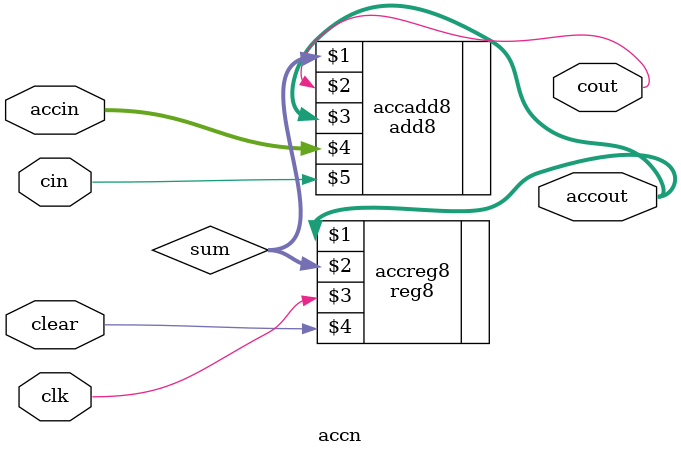
<source format=v>
`include "add8.v"
`include "reg8.v"

module accn(accout,cout,accin,cin,clk,clear);
output[7:0] accout;
output cout;
input[7:0] accin;
input cin,clk,clear;
wire[7:0] sum;

add8 accadd8(sum,cout,accout,accin,cin);
reg8 accreg8(accout,sum,clk,clear);

endmodule

</source>
